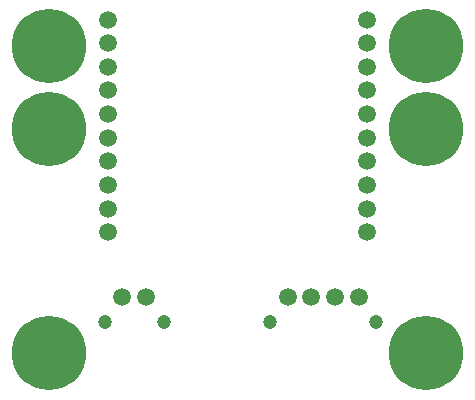
<source format=gbs>
G04 #@! TF.FileFunction,Soldermask,Bot*
%FSLAX46Y46*%
G04 Gerber Fmt 4.6, Leading zero omitted, Abs format (unit mm)*
G04 Created by KiCad (PCBNEW 0.201505031001+5637~23~ubuntu14.04.1-product) date Sun 28 Jun 2015 22:34:24 BST*
%MOMM*%
G01*
G04 APERTURE LIST*
%ADD10C,0.100000*%
%ADD11C,1.500000*%
%ADD12C,1.200000*%
%ADD13C,6.300000*%
%ADD14C,0.600000*%
G04 APERTURE END LIST*
D10*
D11*
X162250000Y-117250000D03*
X160250000Y-117250000D03*
D12*
X163750000Y-119350000D03*
X158750000Y-119350000D03*
D11*
X180250000Y-117250000D03*
X178250000Y-117250000D03*
X176250000Y-117250000D03*
X174250000Y-117250000D03*
D12*
X181750000Y-119350000D03*
X172750000Y-119350000D03*
D11*
X159000000Y-93750000D03*
X159000000Y-95750000D03*
X159000000Y-97750000D03*
X159000000Y-99750000D03*
X159000000Y-101750000D03*
X159000000Y-103750000D03*
X159000000Y-105750000D03*
X159000000Y-107750000D03*
X159000000Y-109750000D03*
X159000000Y-111750000D03*
X181000000Y-111750000D03*
X181000000Y-109750000D03*
X181000000Y-107750000D03*
X181000000Y-105750000D03*
X181000000Y-103750000D03*
X181000000Y-101750000D03*
X181000000Y-99750000D03*
X181000000Y-97750000D03*
X181000000Y-95750000D03*
X181000000Y-93750000D03*
D13*
X186000000Y-96000000D03*
D14*
X186000000Y-93500000D03*
X188500000Y-96000000D03*
X186000000Y-98500000D03*
X183500000Y-96000000D03*
X184200000Y-94200000D03*
X187800000Y-94200000D03*
X184200000Y-97800000D03*
X187800000Y-97800000D03*
D13*
X186000000Y-122000000D03*
D14*
X186000000Y-119500000D03*
X188500000Y-122000000D03*
X186000000Y-124500000D03*
X183500000Y-122000000D03*
X184200000Y-120200000D03*
X187800000Y-120200000D03*
X184200000Y-123800000D03*
X187800000Y-123800000D03*
D13*
X154000000Y-96000000D03*
D14*
X154000000Y-93500000D03*
X156500000Y-96000000D03*
X154000000Y-98500000D03*
X151500000Y-96000000D03*
X152200000Y-94200000D03*
X155800000Y-94200000D03*
X152200000Y-97800000D03*
X155800000Y-97800000D03*
D13*
X154000000Y-122000000D03*
D14*
X154000000Y-119500000D03*
X156500000Y-122000000D03*
X154000000Y-124500000D03*
X151500000Y-122000000D03*
X152200000Y-120200000D03*
X155800000Y-120200000D03*
X152200000Y-123800000D03*
X155800000Y-123800000D03*
D13*
X186000000Y-103000000D03*
D14*
X186000000Y-100500000D03*
X188500000Y-103000000D03*
X186000000Y-105500000D03*
X183500000Y-103000000D03*
X184200000Y-101200000D03*
X187800000Y-101200000D03*
X184200000Y-104800000D03*
X187800000Y-104800000D03*
D13*
X154000000Y-103000000D03*
D14*
X154000000Y-100500000D03*
X156500000Y-103000000D03*
X154000000Y-105500000D03*
X151500000Y-103000000D03*
X152200000Y-101200000D03*
X155800000Y-101200000D03*
X152200000Y-104800000D03*
X155800000Y-104800000D03*
M02*

</source>
